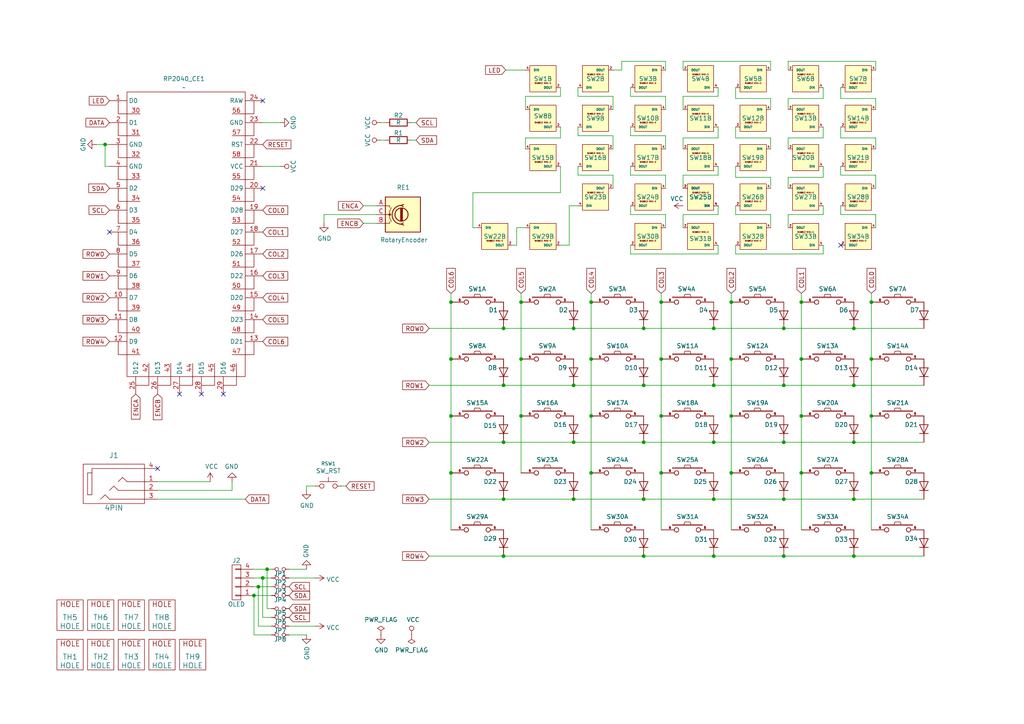
<source format=kicad_sch>
(kicad_sch (version 20231120) (generator "eeschema") (generator_version "8.0")
  (paper "A4")
  (title_block (title "Nomad Keyboard MX") (date "2024-11-08") (rev "1.0"))
  (junction (at 212.09 137.16))
  (junction (at 212.09 87.63))
  (junction (at 232.41 120.65))
  (junction (at 166.37 128.27))
  (junction (at 73.66 172.72))
  (junction (at 186.69 95.25))
  (junction (at 30.48 41.91))
  (junction (at 207.01 95.25))
  (junction (at 166.37 111.76))
  (junction (at 130.81 120.65))
  (junction (at 252.73 87.63))
  (junction (at 232.41 87.63))
  (junction (at 207.01 144.78))
  (junction (at 252.73 104.14))
  (junction (at 247.65 95.25))
  (junction (at 247.65 128.27))
  (junction (at 146.05 111.76))
  (junction (at 186.69 144.78))
  (junction (at 171.45 137.16))
  (junction (at 74.93 170.18))
  (junction (at 76.2 167.64))
  (junction (at 207.01 128.27))
  (junction (at 191.77 120.65))
  (junction (at 171.45 87.63))
  (junction (at 247.65 111.76))
  (junction (at 171.45 104.14))
  (junction (at 227.33 161.29))
  (junction (at 212.09 120.65))
  (junction (at 146.05 95.25))
  (junction (at 247.65 161.29))
  (junction (at 191.77 87.63))
  (junction (at 130.81 137.16))
  (junction (at 232.41 137.16))
  (junction (at 186.69 111.76))
  (junction (at 227.33 128.27))
  (junction (at 212.09 104.14))
  (junction (at 247.65 144.78))
  (junction (at 146.05 128.27))
  (junction (at 191.77 104.14))
  (junction (at 232.41 104.14))
  (junction (at 146.05 161.29))
  (junction (at 252.73 120.65))
  (junction (at 227.33 95.25))
  (junction (at 227.33 111.76))
  (junction (at 151.13 87.63))
  (junction (at 186.69 161.29))
  (junction (at 171.45 120.65))
  (junction (at 151.13 104.14))
  (junction (at 151.13 120.65))
  (junction (at 207.01 111.76))
  (junction (at 191.77 137.16))
  (junction (at 207.01 161.29))
  (junction (at 146.05 144.78))
  (junction (at 252.73 137.16))
  (junction (at 166.37 95.25))
  (junction (at 166.37 144.78))
  (junction (at 130.81 104.14))
  (junction (at 186.69 128.27))
  (junction (at 227.33 144.78))
  (junction (at 130.81 87.63))
  (junction (at 77.47 165.1))
  (no_connect (at 76.2 54.61))
  (no_connect (at 52.07 114.3))
  (no_connect (at 31.75 67.31))
  (no_connect (at 64.77 114.3))
  (no_connect (at 76.2 29.21))
  (no_connect (at 243.84 71.12))
  (no_connect (at 45.72 135.89))
  (no_connect (at 58.42 114.3))
  (wire (pts (xy 166.37 95.25) (xy 186.69 95.25)))
  (wire (pts (xy 193.04 39.37) (xy 193.04 43.18)))
  (wire (pts (xy 177.8 50.8) (xy 167.64 50.8)))
  (wire (pts (xy 162.56 55.88) (xy 162.56 48.26)))
  (wire (pts (xy 198.12 40.005) (xy 198.12 43.18)))
  (wire (pts (xy 110.49 40.64) (xy 111.76 40.64)))
  (wire (pts (xy 227.33 111.76) (xy 247.65 111.76)))
  (wire (pts (xy 228.6 28.575) (xy 228.6 31.75)))
  (wire (pts (xy 76.2 167.64) (xy 78.74 167.64)))
  (wire (pts (xy 182.88 27.94) (xy 193.04 27.94)))
  (wire (pts (xy 167.64 39.37) (xy 177.8 39.37)))
  (wire (pts (xy 73.66 167.64) (xy 76.2 167.64)))
  (wire (pts (xy 213.36 40.005) (xy 213.36 36.83)))
  (wire (pts (xy 151.13 87.63) (xy 151.13 104.14)))
  (wire (pts (xy 208.28 73.66) (xy 208.28 71.12)))
  (wire (pts (xy 228.6 51.435) (xy 228.6 54.61)))
  (wire (pts (xy 74.93 170.18) (xy 78.74 170.18)))
  (wire (pts (xy 120.65 35.56) (xy 119.38 35.56)))
  (wire (pts (xy 191.77 137.16) (xy 191.77 153.67)))
  (wire (pts (xy 151.13 85.09) (xy 151.13 87.63)))
  (wire (pts (xy 254 43.18) (xy 254 40.005)))
  (wire (pts (xy 186.69 111.76) (xy 207.01 111.76)))
  (wire (pts (xy 182.88 71.12) (xy 182.88 73.66)))
  (wire (pts (xy 254 50.8) (xy 243.84 50.8)))
  (wire (pts (xy 105.41 64.77) (xy 109.22 64.77)))
  (wire (pts (xy 180.34 17.78) (xy 193.04 17.78)))
  (wire (pts (xy 146.05 111.76) (xy 124.46 111.76)))
  (wire (pts (xy 149.86 66.04) (xy 149.86 71.12)))
  (wire (pts (xy 228.6 40.005) (xy 228.6 43.18)))
  (wire (pts (xy 212.09 104.14) (xy 212.09 120.65)))
  (wire (pts (xy 247.65 128.27) (xy 267.97 128.27)))
  (wire (pts (xy 77.47 176.53) (xy 78.74 176.53)))
  (wire (pts (xy 67.31 139.7) (xy 67.31 142.24)))
  (wire (pts (xy 193.04 27.94) (xy 193.04 31.75)))
  (wire (pts (xy 30.48 41.91) (xy 31.75 41.91)))
  (wire (pts (xy 254 17.78) (xy 254 20.32)))
  (wire (pts (xy 232.41 87.63) (xy 232.41 85.09)))
  (wire (pts (xy 227.33 95.25) (xy 247.65 95.25)))
  (wire (pts (xy 182.88 25.4) (xy 182.88 27.94)))
  (wire (pts (xy 76.2 167.64) (xy 76.2 179.07)))
  (wire (pts (xy 146.05 95.25) (xy 124.46 95.25)))
  (wire (pts (xy 212.09 137.16) (xy 212.09 120.65)))
  (wire (pts (xy 162.56 27.94) (xy 152.4 27.94)))
  (wire (pts (xy 243.84 40.005) (xy 243.84 36.83)))
  (wire (pts (xy 193.04 17.78) (xy 193.04 20.32)))
  (wire (pts (xy 208.28 27.94) (xy 208.28 25.4)))
  (wire (pts (xy 208.28 62.23) (xy 208.28 59.69)))
  (wire (pts (xy 166.37 128.27) (xy 146.05 128.27)))
  (wire (pts (xy 232.41 120.65) (xy 232.41 137.16)))
  (wire (pts (xy 88.9 142.24) (xy 88.9 140.97)))
  (wire (pts (xy 137.16 66.04) (xy 137.16 55.88)))
  (wire (pts (xy 146.05 144.78) (xy 124.46 144.78)))
  (wire (pts (xy 243.84 50.8) (xy 243.84 48.26)))
  (wire (pts (xy 252.73 104.14) (xy 252.73 120.65)))
  (wire (pts (xy 227.33 161.29) (xy 247.65 161.29)))
  (wire (pts (xy 213.36 62.23) (xy 223.52 62.23)))
  (wire (pts (xy 252.73 87.63) (xy 252.73 104.14)))
  (wire (pts (xy 73.66 170.18) (xy 74.93 170.18)))
  (wire (pts (xy 213.36 51.435) (xy 213.36 48.26)))
  (wire (pts (xy 182.88 62.23) (xy 193.04 62.23)))
  (wire (pts (xy 232.41 137.16) (xy 232.41 153.67)))
  (wire (pts (xy 152.4 27.94) (xy 152.4 31.75)))
  (wire (pts (xy 109.22 62.23) (xy 93.98 62.23)))
  (wire (pts (xy 186.69 161.29) (xy 207.01 161.29)))
  (wire (pts (xy 228.6 62.23) (xy 238.76 62.23)))
  (wire (pts (xy 73.66 184.15) (xy 78.74 184.15)))
  (wire (pts (xy 238.76 48.26) (xy 238.76 51.435)))
  (wire (pts (xy 223.52 17.78) (xy 223.52 20.32)))
  (wire (pts (xy 130.81 104.14) (xy 130.81 120.65)))
  (wire (pts (xy 166.37 111.76) (xy 186.69 111.76)))
  (wire (pts (xy 130.81 85.09) (xy 130.81 87.63)))
  (wire (pts (xy 191.77 104.14) (xy 191.77 120.65)))
  (wire (pts (xy 166.37 95.25) (xy 146.05 95.25)))
  (wire (pts (xy 252.73 85.09) (xy 252.73 87.63)))
  (wire (pts (xy 191.77 87.63) (xy 191.77 104.14)))
  (wire (pts (xy 74.93 181.61) (xy 78.74 181.61)))
  (wire (pts (xy 254 62.23) (xy 254 66.04)))
  (wire (pts (xy 171.45 104.14) (xy 171.45 120.65)))
  (wire (pts (xy 243.84 62.23) (xy 254 62.23)))
  (wire (pts (xy 177.8 31.75) (xy 177.8 27.94)))
  (wire (pts (xy 171.45 137.16) (xy 171.45 153.67)))
  (wire (pts (xy 252.73 137.16) (xy 252.73 153.67)))
  (wire (pts (xy 180.34 20.32) (xy 180.34 17.78)))
  (wire (pts (xy 252.73 120.65) (xy 252.73 137.16)))
  (wire (pts (xy 238.76 28.575) (xy 228.6 28.575)))
  (wire (pts (xy 165.1 71.12) (xy 165.1 59.69)))
  (wire (pts (xy 60.96 139.7) (xy 45.72 139.7)))
  (wire (pts (xy 74.93 170.18) (xy 74.93 181.61)))
  (wire (pts (xy 93.98 62.23) (xy 93.98 64.77)))
  (wire (pts (xy 247.65 95.25) (xy 267.97 95.25)))
  (wire (pts (xy 238.76 73.66) (xy 238.76 71.12)))
  (wire (pts (xy 238.76 25.4) (xy 238.76 28.575)))
  (wire (pts (xy 166.37 111.76) (xy 146.05 111.76)))
  (wire (pts (xy 162.56 71.12) (xy 165.1 71.12)))
  (wire (pts (xy 149.86 71.12) (xy 148.59 71.12)))
  (wire (pts (xy 247.65 144.78) (xy 267.97 144.78)))
  (wire (pts (xy 186.69 95.25) (xy 207.01 95.25)))
  (wire (pts (xy 88.9 165.1) (xy 83.82 165.1)))
  (wire (pts (xy 238.76 51.435) (xy 228.6 51.435)))
  (wire (pts (xy 208.28 36.83) (xy 208.28 40.005)))
  (wire (pts (xy 146.05 128.27) (xy 124.46 128.27)))
  (wire (pts (xy 177.8 39.37) (xy 177.8 43.18)))
  (wire (pts (xy 186.69 144.78) (xy 207.01 144.78)))
  (wire (pts (xy 213.36 28.575) (xy 213.36 25.4)))
  (wire (pts (xy 212.09 87.63) (xy 212.09 104.14)))
  (wire (pts (xy 247.65 111.76) (xy 267.97 111.76)))
  (wire (pts (xy 223.52 43.18) (xy 223.52 40.005)))
  (wire (pts (xy 254 28.575) (xy 243.84 28.575)))
  (wire (pts (xy 223.52 40.005) (xy 213.36 40.005)))
  (wire (pts (xy 167.64 36.83) (xy 167.64 39.37)))
  (wire (pts (xy 247.65 161.29) (xy 267.97 161.29)))
  (wire (pts (xy 167.64 27.94) (xy 167.64 25.4)))
  (wire (pts (xy 88.9 140.97) (xy 91.44 140.97)))
  (wire (pts (xy 110.49 35.56) (xy 111.76 35.56)))
  (wire (pts (xy 171.45 87.63) (xy 171.45 104.14)))
  (wire (pts (xy 198.12 31.75) (xy 198.12 27.94)))
  (wire (pts (xy 213.36 71.12) (xy 213.36 73.66)))
  (wire (pts (xy 198.12 27.94) (xy 208.28 27.94)))
  (wire (pts (xy 238.76 36.83) (xy 238.76 40.005)))
  (wire (pts (xy 120.65 40.64) (xy 119.38 40.64)))
  (wire (pts (xy 198.12 20.32) (xy 198.12 17.78)))
  (wire (pts (xy 77.47 165.1) (xy 77.47 176.53)))
  (wire (pts (xy 223.52 54.61) (xy 223.52 51.435)))
  (wire (pts (xy 208.28 40.005) (xy 198.12 40.005)))
  (wire (pts (xy 146.05 161.29) (xy 186.69 161.29)))
  (wire (pts (xy 227.33 128.27) (xy 247.65 128.27)))
  (wire (pts (xy 167.64 50.8) (xy 167.64 48.26)))
  (wire (pts (xy 177.8 27.94) (xy 167.64 27.94)))
  (wire (pts (xy 198.12 50.8) (xy 208.28 50.8)))
  (wire (pts (xy 77.47 165.1) (xy 78.74 165.1)))
  (wire (pts (xy 146.685 20.32) (xy 152.4 20.32)))
  (wire (pts (xy 88.9 184.15) (xy 83.82 184.15)))
  (wire (pts (xy 227.33 144.78) (xy 247.65 144.78)))
  (wire (pts (xy 238.76 62.23) (xy 238.76 59.69)))
  (wire (pts (xy 227.33 95.25) (xy 207.01 95.25)))
  (wire (pts (xy 238.76 40.005) (xy 228.6 40.005)))
  (wire (pts (xy 182.88 50.8) (xy 193.04 50.8)))
  (wire (pts (xy 177.8 20.32) (xy 180.34 20.32)))
  (wire (pts (xy 67.31 142.24) (xy 45.72 142.24)))
  (wire (pts (xy 137.16 66.04) (xy 138.43 66.04)))
  (wire (pts (xy 171.45 120.65) (xy 171.45 137.16)))
  (wire (pts (xy 76.2 48.26) (xy 81.28 48.26)))
  (wire (pts (xy 130.81 120.65) (xy 130.81 137.16)))
  (wire (pts (xy 208.28 50.8) (xy 208.28 48.26)))
  (wire (pts (xy 207.01 128.27) (xy 227.33 128.27)))
  (wire (pts (xy 243.84 59.69) (xy 243.84 62.23)))
  (wire (pts (xy 207.01 144.78) (xy 227.33 144.78)))
  (wire (pts (xy 91.44 181.61) (xy 83.82 181.61)))
  (wire (pts (xy 162.56 40.005) (xy 152.4 40.005)))
  (wire (pts (xy 182.88 73.66) (xy 208.28 73.66)))
  (wire (pts (xy 78.74 172.72) (xy 73.66 172.72)))
  (wire (pts (xy 191.77 120.65) (xy 191.77 137.16)))
  (wire (pts (xy 232.41 104.14) (xy 232.41 87.63)))
  (wire (pts (xy 198.12 66.04) (xy 198.12 62.23)))
  (wire (pts (xy 73.66 165.1) (xy 77.47 165.1)))
  (wire (pts (xy 228.6 66.04) (xy 228.6 62.23)))
  (wire (pts (xy 193.04 50.8) (xy 193.04 54.61)))
  (wire (pts (xy 254 31.75) (xy 254 28.575)))
  (wire (pts (xy 223.52 28.575) (xy 213.36 28.575)))
  (wire (pts (xy 27.94 41.91) (xy 30.48 41.91)))
  (wire (pts (xy 193.04 62.23) (xy 193.04 66.04)))
  (wire (pts (xy 30.48 48.26) (xy 30.48 41.91)))
  (wire (pts (xy 254 54.61) (xy 254 50.8)))
  (wire (pts (xy 232.41 120.65) (xy 232.41 104.14)))
  (wire (pts (xy 91.44 167.64) (xy 83.82 167.64)))
  (wire (pts (xy 151.13 120.65) (xy 151.13 137.16)))
  (wire (pts (xy 137.16 55.88) (xy 162.56 55.88)))
  (wire (pts (xy 152.4 66.04) (xy 149.86 66.04)))
  (wire (pts (xy 198.12 62.23) (xy 208.28 62.23)))
  (wire (pts (xy 182.88 39.37) (xy 193.04 39.37)))
  (wire (pts (xy 100.33 140.97) (xy 99.06 140.97)))
  (wire (pts (xy 130.81 137.16) (xy 130.81 153.67)))
  (wire (pts (xy 213.36 73.66) (xy 238.76 73.66)))
  (wire (pts (xy 166.37 128.27) (xy 186.69 128.27)))
  (wire (pts (xy 254 40.005) (xy 243.84 40.005)))
  (wire (pts (xy 177.8 54.61) (xy 177.8 50.8)))
  (wire (pts (xy 213.36 59.69) (xy 213.36 62.23)))
  (wire (pts (xy 228.6 20.32) (xy 228.6 17.78)))
  (wire (pts (xy 124.46 161.29) (xy 146.05 161.29)))
  (wire (pts (xy 105.41 59.69) (xy 109.22 59.69)))
  (wire (pts (xy 228.6 17.78) (xy 254 17.78)))
  (wire (pts (xy 243.84 28.575) (xy 243.84 25.4)))
  (wire (pts (xy 162.56 25.4) (xy 162.56 27.94)))
  (wire (pts (xy 212.09 137.16) (xy 212.09 153.67)))
  (wire (pts (xy 207.01 161.29) (xy 227.33 161.29)))
  (wire (pts (xy 130.81 87.63) (xy 130.81 104.14)))
  (wire (pts (xy 198.12 54.61) (xy 198.12 50.8)))
  (wire (pts (xy 223.52 31.75) (xy 223.52 28.575)))
  (wire (pts (xy 151.13 104.14) (xy 151.13 120.65)))
  (wire (pts (xy 166.37 144.78) (xy 146.05 144.78)))
  (wire (pts (xy 182.88 59.69) (xy 182.88 62.23)))
  (wire (pts (xy 212.09 85.09) (xy 212.09 87.63)))
  (wire (pts (xy 152.4 40.005) (xy 152.4 43.18)))
  (wire (pts (xy 171.45 85.09) (xy 171.45 87.63)))
  (wire (pts (xy 165.1 59.69) (xy 167.64 59.69)))
  (wire (pts (xy 166.37 144.78) (xy 186.69 144.78)))
  (wire (pts (xy 186.69 128.27) (xy 207.01 128.27)))
  (wire (pts (xy 162.56 36.83) (xy 162.56 40.005)))
  (wire (pts (xy 191.77 85.09) (xy 191.77 87.63)))
  (wire (pts (xy 73.66 172.72) (xy 73.66 184.15)))
  (wire (pts (xy 223.52 62.23) (xy 223.52 66.04)))
  (wire (pts (xy 31.75 48.26) (xy 30.48 48.26)))
  (wire (pts (xy 223.52 51.435) (xy 213.36 51.435)))
  (wire (pts (xy 207.01 111.76) (xy 227.33 111.76)))
  (wire (pts (xy 198.12 17.78) (xy 223.52 17.78)))
  (wire (pts (xy 182.88 48.26) (xy 182.88 50.8)))
  (wire (pts (xy 81.28 35.56) (xy 76.2 35.56)))
  (wire (pts (xy 182.88 36.83) (xy 182.88 39.37)))
  (wire (pts (xy 76.2 179.07) (xy 78.74 179.07)))
  (wire (pts (xy 45.72 144.78) (xy 71.12 144.78)))
  (global_label "ENCB" (shape input) (at 105.41 64.77 180) (property "Intersheetrefs" "${INTERSHEET_REFS}" (effects (hide yes))))
  (global_label "COL5" (shape input) (at 76.2 92.71 0) (property "Intersheetrefs" "${INTERSHEET_REFS}" (effects (hide yes))))
  (global_label "ROW0" (shape input) (at 124.46 95.25 180) (property "Intersheetrefs" "${INTERSHEET_REFS}" (effects (hide yes))))
  (global_label "SDA" (shape input) (at 83.82 172.72 0) (property "Intersheetrefs" "${INTERSHEET_REFS}" (effects (hide yes))))
  (global_label "COL3" (shape input) (at 191.77 85.09 90) (property "Intersheetrefs" "${INTERSHEET_REFS}" (effects (hide yes))))
  (global_label "SCL" (shape input) (at 83.82 179.07 0) (property "Intersheetrefs" "${INTERSHEET_REFS}" (effects (hide yes))))
  (global_label "COL5" (shape input) (at 151.13 85.09 90) (property "Intersheetrefs" "${INTERSHEET_REFS}" (effects (hide yes))))
  (global_label "DATA" (shape input) (at 31.75 35.56 180) (property "Intersheetrefs" "${INTERSHEET_REFS}" (effects (hide yes))))
  (global_label "SCL" (shape input) (at 83.82 170.18 0) (property "Intersheetrefs" "${INTERSHEET_REFS}" (effects (hide yes))))
  (global_label "ROW1" (shape input) (at 124.46 111.76 180) (property "Intersheetrefs" "${INTERSHEET_REFS}" (effects (hide yes))))
  (global_label "ENCA" (shape input) (at 39.37 114.3 270) (property "Intersheetrefs" "${INTERSHEET_REFS}" (effects (hide yes))))
  (global_label "COL1" (shape input) (at 76.2 67.31 0) (property "Intersheetrefs" "${INTERSHEET_REFS}" (effects (hide yes))))
  (global_label "COL2" (shape input) (at 76.2 73.66 0) (property "Intersheetrefs" "${INTERSHEET_REFS}" (effects (hide yes))))
  (global_label "COL6" (shape input) (at 130.81 85.09 90) (property "Intersheetrefs" "${INTERSHEET_REFS}" (effects (hide yes))))
  (global_label "ROW3" (shape input) (at 124.46 144.78 180) (property "Intersheetrefs" "${INTERSHEET_REFS}" (effects (hide yes))))
  (global_label "SDA" (shape input) (at 83.82 176.53 0) (property "Intersheetrefs" "${INTERSHEET_REFS}" (effects (hide yes))))
  (global_label "COL6" (shape input) (at 76.2 99.06 0) (property "Intersheetrefs" "${INTERSHEET_REFS}" (effects (hide yes))))
  (global_label "ROW4" (shape input) (at 31.75 99.06 180) (property "Intersheetrefs" "${INTERSHEET_REFS}" (effects (hide yes))))
  (global_label "ROW0" (shape input) (at 31.75 73.66 180) (property "Intersheetrefs" "${INTERSHEET_REFS}" (effects (hide yes))))
  (global_label "ROW1" (shape input) (at 31.75 80.01 180) (property "Intersheetrefs" "${INTERSHEET_REFS}" (effects (hide yes))))
  (global_label "COL4" (shape input) (at 76.2 86.36 0) (property "Intersheetrefs" "${INTERSHEET_REFS}" (effects (hide yes))))
  (global_label "COL0" (shape input) (at 76.2 60.96 0) (property "Intersheetrefs" "${INTERSHEET_REFS}" (effects (hide yes))))
  (global_label "SCL" (shape input) (at 120.65 35.56 0) (property "Intersheetrefs" "${INTERSHEET_REFS}" (effects (hide yes))))
  (global_label "LED" (shape input) (at 31.75 29.21 180) (property "Intersheetrefs" "${INTERSHEET_REFS}" (effects (hide yes))))
  (global_label "COL2" (shape input) (at 212.09 85.09 90) (property "Intersheetrefs" "${INTERSHEET_REFS}" (effects (hide yes))))
  (global_label "ROW3" (shape input) (at 31.75 92.71 180) (property "Intersheetrefs" "${INTERSHEET_REFS}" (effects (hide yes))))
  (global_label "SDA" (shape input) (at 31.75 54.61 180) (property "Intersheetrefs" "${INTERSHEET_REFS}" (effects (hide yes))))
  (global_label "RESET" (shape input) (at 76.2 41.91 0) (property "Intersheetrefs" "${INTERSHEET_REFS}" (effects (hide yes))))
  (global_label "DATA" (shape input) (at 71.12 144.78 0) (property "Intersheetrefs" "${INTERSHEET_REFS}" (effects (hide yes))))
  (global_label "COL0" (shape input) (at 252.73 85.09 90) (property "Intersheetrefs" "${INTERSHEET_REFS}" (effects (hide yes))))
  (global_label "ENCB" (shape input) (at 45.72 114.3 270) (property "Intersheetrefs" "${INTERSHEET_REFS}" (effects (hide yes))))
  (global_label "RESET" (shape input) (at 100.33 140.97 0) (property "Intersheetrefs" "${INTERSHEET_REFS}" (effects (hide yes))))
  (global_label "SDA" (shape input) (at 120.65 40.64 0) (property "Intersheetrefs" "${INTERSHEET_REFS}" (effects (hide yes))))
  (global_label "COL1" (shape input) (at 232.41 85.09 90) (property "Intersheetrefs" "${INTERSHEET_REFS}" (effects (hide yes))))
  (global_label "ENCA" (shape input) (at 105.41 59.69 180) (property "Intersheetrefs" "${INTERSHEET_REFS}" (effects (hide yes))))
  (global_label "LED" (shape input) (at 146.685 20.32 180) (property "Intersheetrefs" "${INTERSHEET_REFS}" (effects (hide yes))))
  (global_label "SCL" (shape input) (at 31.75 60.96 180) (property "Intersheetrefs" "${INTERSHEET_REFS}" (effects (hide yes))))
  (global_label "ROW2" (shape input) (at 124.46 128.27 180) (property "Intersheetrefs" "${INTERSHEET_REFS}" (effects (hide yes))))
  (global_label "ROW2" (shape input) (at 31.75 86.36 180) (property "Intersheetrefs" "${INTERSHEET_REFS}" (effects (hide yes))))
  (global_label "ROW4" (shape input) (at 124.46 161.29 180) (property "Intersheetrefs" "${INTERSHEET_REFS}" (effects (hide yes))))
  (global_label "COL4" (shape input) (at 171.45 85.09 90) (property "Intersheetrefs" "${INTERSHEET_REFS}" (effects (hide yes))))
  (global_label "COL3" (shape input) (at 76.2 80.01 0) (property "Intersheetrefs" "${INTERSHEET_REFS}" (effects (hide yes))))
  (symbol (lib_id "SofleKeyboard:SW_PUSH_LED") (at 179.07 153.67 0) (unit 1)
    (property "Reference" "SW30" (at 179.07 149.86 0))
    (property "Value" "SW_PUSH_LED" (effects (hide yes)))
    (property "Footprint" "SofleRGB:SK6812MINI-E_and_cherry" (effects (hide yes)))
  )
  (symbol (lib_id "SofleKeyboard:SW_PUSH_LED") (at 138.43 87.63 0) (unit 1)
    (property "Reference" "SW1" (at 138.43 83.82 0))
    (property "Value" "SW_PUSH_LED" (effects (hide yes)))
    (property "Footprint" "SofleRGB:SK6812MINI-E_and_cherry" (effects (hide yes)))
  )
  (symbol (lib_id "SofleKeyboard-rescue:D-Lily58-cache-Lily58_Pro-rescue") (at 146.05 91.44 90) (unit 1)
    (property "Reference" "D1" (at 141.732 89.916 90) (effects (justify right)))
    (property "Value" "D" (effects (hide yes)))
    (property "Footprint" "SofleChoc:crkbd-diode" (effects (hide yes)))
  )
  (symbol (lib_id "SofleKeyboard:SW_PUSH_LED") (at 158.75 87.63 0) (unit 1)
    (property "Reference" "SW2" (at 158.75 83.82 0))
    (property "Value" "SW_PUSH_LED" (effects (hide yes)))
    (property "Footprint" "SofleRGB:SK6812MINI-E_and_cherry" (effects (hide yes)))
  )
  (symbol (lib_id "SofleKeyboard-rescue:D-Lily58-cache-Lily58_Pro-rescue") (at 166.37 91.44 90) (unit 1)
    (property "Reference" "D2" (at 162.052 89.916 90) (effects (justify right)))
    (property "Value" "D" (effects (hide yes)))
    (property "Footprint" "SofleChoc:crkbd-diode" (effects (hide yes)))
  )
  (symbol (lib_id "SofleKeyboard:SW_PUSH_LED") (at 179.07 87.63 0) (unit 1)
    (property "Reference" "SW3" (at 179.07 83.82 0))
    (property "Value" "SW_PUSH_LED" (effects (hide yes)))
    (property "Footprint" "SofleRGB:SK6812MINI-E_and_cherry" (effects (hide yes)))
  )
  (symbol (lib_id "SofleKeyboard-rescue:D-Lily58-cache-Lily58_Pro-rescue") (at 186.69 91.44 90) (unit 1)
    (property "Reference" "D3" (at 182.372 89.916 90) (effects (justify right)))
    (property "Value" "D" (effects (hide yes)))
    (property "Footprint" "SofleChoc:crkbd-diode" (effects (hide yes)))
  )
  (symbol (lib_id "SofleKeyboard:SW_PUSH_LED") (at 199.39 87.63 0) (unit 1)
    (property "Reference" "SW4" (at 199.136 83.82 0))
    (property "Value" "SW_PUSH_LED" (effects (hide yes)))
    (property "Footprint" "SofleRGB:SK6812MINI-E_and_cherry" (effects (hide yes)))
  )
  (symbol (lib_id "SofleKeyboard-rescue:D-Lily58-cache-Lily58_Pro-rescue") (at 207.01 91.44 90) (unit 1)
    (property "Reference" "D4" (at 202.692 89.916 90) (effects (justify right)))
    (property "Value" "D" (effects (hide yes)))
    (property "Footprint" "SofleChoc:crkbd-diode" (effects (hide yes)))
  )
  (symbol (lib_id "SofleKeyboard:SW_PUSH_LED") (at 219.71 87.63 0) (unit 1)
    (property "Reference" "SW5" (at 219.71 83.82 0))
    (property "Value" "SW_PUSH_LED" (effects (hide yes)))
    (property "Footprint" "SofleRGB:SK6812MINI-E_and_cherry" (effects (hide yes)))
  )
  (symbol (lib_id "SofleKeyboard-rescue:D-Lily58-cache-Lily58_Pro-rescue") (at 227.33 91.44 90) (unit 1)
    (property "Reference" "D5" (at 223.012 89.916 90) (effects (justify right)))
    (property "Value" "D" (effects (hide yes)))
    (property "Footprint" "SofleChoc:crkbd-diode" (effects (hide yes)))
  )
  (symbol (lib_id "SofleKeyboard:SW_PUSH_LED") (at 240.03 87.63 0) (unit 1)
    (property "Reference" "SW6" (at 240.03 83.82 0))
    (property "Value" "SW_PUSH_LED" (effects (hide yes)))
    (property "Footprint" "SofleRGB:SK6812MINI-E_and_cherry" (effects (hide yes)))
  )
  (symbol (lib_id "SofleKeyboard-rescue:D-Lily58-cache-Lily58_Pro-rescue") (at 247.65 91.44 90) (unit 1)
    (property "Reference" "D6" (at 243.332 89.916 90) (effects (justify right)))
    (property "Value" "D" (effects (hide yes)))
    (property "Footprint" "SofleChoc:crkbd-diode" (effects (hide yes)))
  )
  (symbol (lib_id "SofleKeyboard:SW_PUSH_LED") (at 158.75 104.14 0) (unit 1)
    (property "Reference" "SW9" (at 158.75 100.33 0))
    (property "Value" "SW_PUSH_LED" (effects (hide yes)))
    (property "Footprint" "SofleRGB:SK6812MINI-E_and_cherry" (effects (hide yes)))
  )
  (symbol (lib_id "SofleKeyboard:SW_PUSH_LED") (at 179.07 104.14 0) (unit 1)
    (property "Reference" "SW10" (at 179.07 100.33 0))
    (property "Value" "SW_PUSH_LED" (effects (hide yes)))
    (property "Footprint" "SofleRGB:SK6812MINI-E_and_cherry" (effects (hide yes)))
  )
  (symbol (lib_id "SofleKeyboard:SW_PUSH_LED") (at 199.39 104.14 0) (unit 1)
    (property "Reference" "SW11" (at 199.39 100.33 0))
    (property "Value" "SW_PUSH_LED" (effects (hide yes)))
    (property "Footprint" "SofleRGB:SK6812MINI-E_and_cherry" (effects (hide yes)))
  )
  (symbol (lib_id "SofleKeyboard:SW_PUSH_LED") (at 219.71 104.14 0) (unit 1)
    (property "Reference" "SW12" (at 219.71 100.33 0))
    (property "Value" "SW_PUSH_LED" (effects (hide yes)))
    (property "Footprint" "SofleRGB:SK6812MINI-E_and_cherry" (effects (hide yes)))
  )
  (symbol (lib_id "SofleKeyboard:SW_PUSH_LED") (at 240.03 104.14 0) (unit 1)
    (property "Reference" "SW13" (at 240.03 100.33 0))
    (property "Value" "SW_PUSH_LED" (effects (hide yes)))
    (property "Footprint" "SofleRGB:SK6812MINI-E_and_cherry" (effects (hide yes)))
  )
  (symbol (lib_id "SofleKeyboard:SW_PUSH_LED") (at 138.43 104.14 0) (unit 1)
    (property "Reference" "SW8" (at 138.43 100.33 0))
    (property "Value" "SW_PUSH_LED" (effects (hide yes)))
    (property "Footprint" "SofleRGB:SK6812MINI-E_and_cherry" (effects (hide yes)))
  )
  (symbol (lib_id "SofleKeyboard-rescue:D-Lily58-cache-Lily58_Pro-rescue") (at 146.05 107.95 90) (unit 1)
    (property "Reference" "D8" (at 141.478 106.68 90) (effects (justify right)))
    (property "Value" "D" (effects (hide yes)))
    (property "Footprint" "SofleChoc:crkbd-diode" (effects (hide yes)))
  )
  (symbol (lib_id "SofleKeyboard-rescue:D-Lily58-cache-Lily58_Pro-rescue") (at 166.37 107.95 90) (unit 1)
    (property "Reference" "D9" (at 161.798 106.68 90) (effects (justify right)))
    (property "Value" "D" (effects (hide yes)))
    (property "Footprint" "SofleChoc:crkbd-diode" (effects (hide yes)))
  )
  (symbol (lib_id "SofleKeyboard-rescue:D-Lily58-cache-Lily58_Pro-rescue") (at 186.69 107.95 90) (unit 1)
    (property "Reference" "D10" (at 181.102 106.68 90) (effects (justify right)))
    (property "Value" "D" (effects (hide yes)))
    (property "Footprint" "SofleChoc:crkbd-diode" (effects (hide yes)))
  )
  (symbol (lib_id "SofleKeyboard-rescue:D-Lily58-cache-Lily58_Pro-rescue") (at 207.01 107.95 90) (unit 1)
    (property "Reference" "D11" (at 201.422 106.68 90) (effects (justify right)))
    (property "Value" "D" (effects (hide yes)))
    (property "Footprint" "SofleChoc:crkbd-diode" (effects (hide yes)))
  )
  (symbol (lib_id "SofleKeyboard-rescue:D-Lily58-cache-Lily58_Pro-rescue") (at 227.33 107.95 90) (unit 1)
    (property "Reference" "D12" (at 221.742 106.68 90) (effects (justify right)))
    (property "Value" "D" (effects (hide yes)))
    (property "Footprint" "SofleChoc:crkbd-diode" (effects (hide yes)))
  )
  (symbol (lib_id "SofleKeyboard-rescue:D-Lily58-cache-Lily58_Pro-rescue") (at 247.65 107.95 90) (unit 1)
    (property "Reference" "D13" (at 242.062 106.68 90) (effects (justify right)))
    (property "Value" "D" (effects (hide yes)))
    (property "Footprint" "SofleChoc:crkbd-diode" (effects (hide yes)))
  )
  (symbol (lib_id "SofleKeyboard:SW_PUSH_LED") (at 138.43 120.65 0) (unit 1)
    (property "Reference" "SW15" (at 138.43 116.84 0))
    (property "Value" "SW_PUSH_LED" (effects (hide yes)))
    (property "Footprint" "SofleRGB:SK6812MINI-E_and_cherry" (effects (hide yes)))
  )
  (symbol (lib_id "SofleKeyboard:SW_PUSH_LED") (at 158.75 120.65 0) (unit 1)
    (property "Reference" "SW16" (at 158.75 116.84 0))
    (property "Value" "SW_PUSH_LED" (effects (hide yes)))
    (property "Footprint" "SofleRGB:SK6812MINI-E_and_cherry" (effects (hide yes)))
  )
  (symbol (lib_id "SofleKeyboard:SW_PUSH_LED") (at 179.07 120.65 0) (unit 1)
    (property "Reference" "SW17" (at 179.07 116.84 0))
    (property "Value" "SW_PUSH_LED" (effects (hide yes)))
    (property "Footprint" "SofleRGB:SK6812MINI-E_and_cherry" (effects (hide yes)))
  )
  (symbol (lib_id "SofleKeyboard:SW_PUSH_LED") (at 199.39 120.65 0) (unit 1)
    (property "Reference" "SW18" (at 199.39 116.84 0))
    (property "Value" "SW_PUSH_LED" (effects (hide yes)))
    (property "Footprint" "SofleRGB:SK6812MINI-E_and_cherry" (effects (hide yes)))
  )
  (symbol (lib_id "SofleKeyboard:SW_PUSH_LED") (at 219.71 120.65 0) (unit 1)
    (property "Reference" "SW19" (at 219.71 116.84 0))
    (property "Value" "SW_PUSH_LED" (effects (hide yes)))
    (property "Footprint" "SofleRGB:SK6812MINI-E_and_cherry" (effects (hide yes)))
  )
  (symbol (lib_id "SofleKeyboard:SW_PUSH_LED") (at 240.03 120.65 0) (unit 1)
    (property "Reference" "SW20" (at 240.03 116.84 0))
    (property "Value" "SW_PUSH_LED" (effects (hide yes)))
    (property "Footprint" "SofleRGB:SK6812MINI-E_and_cherry" (effects (hide yes)))
  )
  (symbol (lib_id "SofleKeyboard-rescue:D-Lily58-cache-Lily58_Pro-rescue") (at 146.05 124.46 90) (unit 1)
    (property "Reference" "D15" (at 140.208 123.444 90) (effects (justify right)))
    (property "Value" "D" (effects (hide yes)))
    (property "Footprint" "SofleChoc:crkbd-diode" (effects (hide yes)))
  )
  (symbol (lib_id "SofleKeyboard-rescue:D-Lily58-cache-Lily58_Pro-rescue") (at 166.37 124.46 90) (unit 1)
    (property "Reference" "D16" (at 160.528 123.19 90) (effects (justify right)))
    (property "Value" "D" (effects (hide yes)))
    (property "Footprint" "SofleChoc:crkbd-diode" (effects (hide yes)))
  )
  (symbol (lib_id "SofleKeyboard-rescue:D-Lily58-cache-Lily58_Pro-rescue") (at 186.69 124.46 90) (unit 1)
    (property "Reference" "D17" (at 181.102 123.19 90) (effects (justify right)))
    (property "Value" "D" (effects (hide yes)))
    (property "Footprint" "SofleChoc:crkbd-diode" (effects (hide yes)))
  )
  (symbol (lib_id "SofleKeyboard-rescue:D-Lily58-cache-Lily58_Pro-rescue") (at 207.01 124.46 90) (unit 1)
    (property "Reference" "D18" (at 201.422 123.19 90) (effects (justify right)))
    (property "Value" "D" (effects (hide yes)))
    (property "Footprint" "SofleChoc:crkbd-diode" (effects (hide yes)))
  )
  (symbol (lib_id "SofleKeyboard-rescue:D-Lily58-cache-Lily58_Pro-rescue") (at 227.33 124.46 90) (unit 1)
    (property "Reference" "D19" (at 221.742 123.19 90) (effects (justify right)))
    (property "Value" "D" (effects (hide yes)))
    (property "Footprint" "SofleChoc:crkbd-diode" (effects (hide yes)))
  )
  (symbol (lib_id "SofleKeyboard-rescue:D-Lily58-cache-Lily58_Pro-rescue") (at 247.65 124.46 90) (unit 1)
    (property "Reference" "D20" (at 242.062 123.19 90) (effects (justify right)))
    (property "Value" "D" (effects (hide yes)))
    (property "Footprint" "SofleChoc:crkbd-diode" (effects (hide yes)))
  )
  (symbol (lib_id "SofleKeyboard:SW_PUSH_LED") (at 179.07 137.16 0) (unit 1)
    (property "Reference" "SW24" (at 179.07 133.35 0))
    (property "Value" "SW_PUSH_LED" (effects (hide yes)))
    (property "Footprint" "SofleRGB:SK6812MINI-E_and_cherry" (effects (hide yes)))
  )
  (symbol (lib_id "SofleKeyboard:SW_PUSH_LED") (at 199.39 137.16 0) (unit 1)
    (property "Reference" "SW25" (at 199.39 133.35 0))
    (property "Value" "SW_PUSH_LED" (effects (hide yes)))
    (property "Footprint" "SofleRGB:SK6812MINI-E_and_cherry" (effects (hide yes)))
  )
  (symbol (lib_id "SofleKeyboard:SW_PUSH_LED") (at 219.71 137.16 0) (unit 1)
    (property "Reference" "SW26" (at 219.71 133.35 0))
    (property "Value" "SW_PUSH_LED" (effects (hide yes)))
    (property "Footprint" "SofleRGB:SK6812MINI-E_and_cherry" (effects (hide yes)))
  )
  (symbol (lib_id "SofleKeyboard:SW_PUSH_LED") (at 240.03 137.16 0) (unit 1)
    (property "Reference" "SW27" (at 240.03 133.35 0))
    (property "Value" "SW_PUSH_LED" (effects (hide yes)))
    (property "Footprint" "SofleRGB:SK6812MINI-E_and_cherry" (effects (hide yes)))
  )
  (symbol (lib_id "SofleKeyboard:SW_PUSH_LED") (at 158.75 137.16 0) (unit 1)
    (property "Reference" "SW23" (at 158.75 133.35 0))
    (property "Value" "SW_PUSH_LED" (effects (hide yes)))
    (property "Footprint" "SofleRGB:SK6812MINI-E_and_cherry" (effects (hide yes)))
  )
  (symbol (lib_id "SofleKeyboard:SW_PUSH_LED") (at 138.43 137.16 0) (unit 1)
    (property "Reference" "SW22" (at 138.43 133.35 0))
    (property "Value" "SW_PUSH_LED" (effects (hide yes)))
    (property "Footprint" "SofleRGB:SK6812MINI-E_and_cherry" (effects (hide yes)))
  )
  (symbol (lib_id "SofleKeyboard-rescue:D-Lily58-cache-Lily58_Pro-rescue") (at 146.05 140.97 90) (unit 1)
    (property "Reference" "D22" (at 140.208 139.7 90) (effects (justify right)))
    (property "Value" "D" (effects (hide yes)))
    (property "Footprint" "SofleChoc:crkbd-diode" (effects (hide yes)))
  )
  (symbol (lib_id "SofleKeyboard-rescue:D-Lily58-cache-Lily58_Pro-rescue") (at 166.37 140.97 90) (unit 1)
    (property "Reference" "D23" (at 160.528 139.7 90) (effects (justify right)))
    (property "Value" "D" (effects (hide yes)))
    (property "Footprint" "SofleChoc:crkbd-diode" (effects (hide yes)))
  )
  (symbol (lib_id "SofleKeyboard-rescue:D-Lily58-cache-Lily58_Pro-rescue") (at 186.69 140.97 90) (unit 1)
    (property "Reference" "D24" (at 180.848 139.7 90) (effects (justify right)))
    (property "Value" "D" (effects (hide yes)))
    (property "Footprint" "SofleChoc:crkbd-diode" (effects (hide yes)))
  )
  (symbol (lib_id "SofleKeyboard-rescue:D-Lily58-cache-Lily58_Pro-rescue") (at 207.01 140.97 90) (unit 1)
    (property "Reference" "D25" (at 201.168 139.7 90) (effects (justify right)))
    (property "Value" "D" (effects (hide yes)))
    (property "Footprint" "SofleChoc:crkbd-diode" (effects (hide yes)))
  )
  (symbol (lib_id "SofleKeyboard-rescue:D-Lily58-cache-Lily58_Pro-rescue") (at 227.33 140.97 90) (unit 1)
    (property "Reference" "D26" (at 221.488 139.7 90) (effects (justify right)))
    (property "Value" "D" (effects (hide yes)))
    (property "Footprint" "SofleChoc:crkbd-diode" (effects (hide yes)))
  )
  (symbol (lib_id "SofleKeyboard-rescue:D-Lily58-cache-Lily58_Pro-rescue") (at 247.65 140.97 90) (unit 1)
    (property "Reference" "D27" (at 242.062 139.7 90) (effects (justify right)))
    (property "Value" "D" (effects (hide yes)))
    (property "Footprint" "SofleChoc:crkbd-diode" (effects (hide yes)))
  )
  (symbol (lib_id "SofleKeyboard:SW_PUSH_LED") (at 199.39 153.67 0) (unit 1)
    (property "Reference" "SW31" (at 199.39 149.86 0))
    (property "Value" "SW_PUSH_LED" (effects (hide yes)))
    (property "Footprint" "SofleRGB:SK6812MINI-E_and_cherry" (effects (hide yes)))
  )
  (symbol (lib_id "SofleKeyboard:SW_PUSH_LED") (at 219.71 153.67 0) (unit 1)
    (property "Reference" "SW32" (at 219.71 149.86 0))
    (property "Value" "SW_PUSH_LED" (effects (hide yes)))
    (property "Footprint" "SofleRGB:SK6812MINI-E_and_cherry" (effects (hide yes)))
  )
  (symbol (lib_id "SofleKeyboard:SW_PUSH_LED") (at 240.03 153.67 0) (unit 1)
    (property "Reference" "SW33" (at 240.03 149.86 0))
    (property "Value" "SW_PUSH_LED" (effects (hide yes)))
    (property "Footprint" "SofleRGB:SK6812MINI-E_and_cherry" (effects (hide yes)))
  )
  (symbol (lib_id "SofleKeyboard-rescue:D-Lily58-cache-Lily58_Pro-rescue") (at 146.05 157.48 90) (unit 1)
    (property "Reference" "D29" (at 140.208 156.21 90) (effects (justify right)))
    (property "Value" "D" (effects (hide yes)))
    (property "Footprint" "SofleChoc:crkbd-diode" (effects (hide yes)))
  )
  (symbol (lib_id "SofleKeyboard-rescue:D-Lily58-cache-Lily58_Pro-rescue") (at 186.69 157.48 90) (unit 1)
    (property "Reference" "D30" (at 180.848 156.464 90) (effects (justify right)))
    (property "Value" "D" (effects (hide yes)))
    (property "Footprint" "SofleChoc:crkbd-diode" (effects (hide yes)))
  )
  (symbol (lib_id "SofleKeyboard-rescue:D-Lily58-cache-Lily58_Pro-rescue") (at 207.01 157.48 90) (unit 1)
    (property "Reference" "D31" (at 201.422 156.464 90) (effects (justify right)))
    (property "Value" "D" (effects (hide yes)))
    (property "Footprint" "SofleChoc:crkbd-diode" (effects (hide yes)))
  )
  (symbol (lib_id "SofleKeyboard-rescue:D-Lily58-cache-Lily58_Pro-rescue") (at 227.33 157.48 90) (unit 1)
    (property "Reference" "D32" (at 221.488 156.464 90) (effects (justify right)))
    (property "Value" "D" (effects (hide yes)))
    (property "Footprint" "SofleChoc:crkbd-diode" (effects (hide yes)))
  )
  (symbol (lib_id "SofleKeyboard-rescue:D-Lily58-cache-Lily58_Pro-rescue") (at 247.65 157.48 90) (unit 1)
    (property "Reference" "D33" (at 242.062 156.464 90) (effects (justify right)))
    (property "Value" "D" (effects (hide yes)))
    (property "Footprint" "SofleChoc:crkbd-diode" (effects (hide yes)))
  )
  (symbol (lib_id "SofleKeyboard-rescue:VCC-Lily58-cache-Lily58_Pro-rescue") (at 110.49 40.64 90) (unit 1)
    (property "Reference" "#PWR05" (effects (hide yes)))
    (property "Value" "VCC" (at 106.68 40.64 0))
  )
  (symbol (lib_id "SofleKeyboard-rescue:VCC-Lily58-cache-Lily58_Pro-rescue") (at 110.49 35.56 90) (unit 1)
    (property "Reference" "#PWR06" (effects (hide yes)))
    (property "Value" "VCC" (at 106.68 35.56 0))
  )
  (symbol (lib_id "SofleKeyboard-rescue:R-Lily58-cache-Lily58_Pro-rescue") (at 115.57 40.64 90) (unit 1)
    (property "Reference" "R1" (at 115.57 37.846 90) (effects (justify bottom)))
    (property "Value" "R" (at 115.57 40.64 90))
    (property "Footprint" "Nomad:R_1206_3216Metric_Pad1.30x1.75mm_HandSolder" (effects (hide yes)))
  )
  (symbol (lib_id "SofleKeyboard-rescue:R-Lily58-cache-Lily58_Pro-rescue") (at 115.57 35.56 90) (unit 1)
    (property "Reference" "R2" (at 115.57 32.766 90) (effects (justify bottom)))
    (property "Value" "R" (at 115.57 35.56 90))
    (property "Footprint" "Nomad:R_1206_3216Metric_Pad1.30x1.75mm_HandSolder" (effects (hide yes)))
  )
  (symbol (lib_id "SofleKeyboard-rescue:MJ-4PP-9-Lily58-cache-Lily58_Pro-rescue") (at 34.29 139.7 0) (unit 1)
    (property "Reference" "J1" (at 33.02 132.08 0) (effects (font (size 1.524 1.524))))
    (property "Value" "4PIN" (at 33.02 147.32 0) (effects (font (size 1.524 1.524))))
    (property "Footprint" "SofleChoc:MJ-4PP-9" (effects (hide yes)))
  )
  (symbol (lib_id "SofleKeyboard-rescue:GND-Lily58-cache-Lily58_Pro-rescue") (at 88.9 142.24 0) (unit 1)
    (property "Reference" "#PWR010" (effects (hide yes)))
    (property "Value" "GND" (at 89.027 146.6342 0))
  )
  (symbol (lib_id "SofleKeyboard-rescue:PWR_FLAG-Lily58-cache-Lily58_Pro-rescue") (at 110.49 184.15 0) (unit 1)
    (property "Reference" "#FLG01" (effects (hide yes)))
    (property "Value" "PWR_FLAG" (at 110.49 179.7304 0))
  )
  (symbol (lib_id "SofleKeyboard-rescue:GND-Lily58-cache-Lily58_Pro-rescue") (at 110.49 184.15 0) (unit 1)
    (property "Reference" "#PWR012" (effects (hide yes)))
    (property "Value" "GND" (at 110.617 188.5442 0))
  )
  (symbol (lib_id "SofleKeyboard-rescue:VCC-Lily58-cache-Lily58_Pro-rescue") (at 119.38 184.15 0) (unit 1)
    (property "Reference" "#PWR013" (effects (hide yes)))
    (property "Value" "VCC" (at 119.8118 179.7558 0))
  )
  (symbol (lib_id "SofleKeyboard-rescue:PWR_FLAG-Lily58-cache-Lily58_Pro-rescue") (at 119.38 184.15 180) (unit 1)
    (property "Reference" "#FLG02" (effects (hide yes)))
    (property "Value" "PWR_FLAG" (at 119.38 188.5442 0))
  )
  (symbol (lib_id "SofleKeyboard-rescue:HOLE-Lily58-cache-Lily58_Pro-rescue") (at 29.21 190.5 0) (unit 1)
    (property "Reference" "TH2" (at 29.21 190.5 0) (effects (font (size 1.524 1.524))))
    (property "Value" "HOLE" (at 29.21 193.04 0) (effects (font (size 1.524 1.524))))
    (property "Footprint" "SofleChoc:HOLE_M2_TH" (effects (hide yes)))
  )
  (symbol (lib_id "SofleKeyboard-rescue:HOLE-Lily58-cache-Lily58_Pro-rescue") (at 38.1 190.5 0) (unit 1)
    (property "Reference" "TH3" (at 38.1 190.5 0) (effects (font (size 1.524 1.524))))
    (property "Value" "HOLE" (at 38.1 193.04 0) (effects (font (size 1.524 1.524))))
    (property "Footprint" "SofleChoc:HOLE_M2_TH" (effects (hide yes)))
  )
  (symbol (lib_id "SofleKeyboard-rescue:HOLE-Lily58-cache-Lily58_Pro-rescue") (at 46.99 190.5 0) (unit 1)
    (property "Reference" "TH4" (at 46.99 190.5 0) (effects (font (size 1.524 1.524))))
    (property "Value" "HOLE" (at 46.99 193.04 0) (effects (font (size 1.524 1.524))))
    (property "Footprint" "SofleChoc:HOLE_M2_TH" (effects (hide yes)))
  )
  (symbol (lib_id "SofleKeyboard-rescue:HOLE-Lily58-cache-Lily58_Pro-rescue") (at 20.32 190.5 0) (unit 1)
    (property "Reference" "TH1" (at 20.32 190.5 0) (effects (font (size 1.524 1.524))))
    (property "Value" "HOLE" (at 20.32 193.04 0) (effects (font (size 1.524 1.524))))
    (property "Footprint" "SofleChoc:HOLE_M2_TH" (effects (hide yes)))
  )
  (symbol (lib_id "SofleKeyboard-rescue:SW_RST-Lily58-cache-Lily58_Pro-rescue") (at 95.25 140.97 0) (unit 1)
    (property "Reference" "RSW1" (at 95.25 134.4676 0) (effects (font (size 1.016 1.016))))
    (property "Value" "SW_RST" (at 95.25 136.5758 0))
    (property "Footprint" "SofleChoc:TACT_SWITCH_TVBP06" (effects (hide yes)))
  )
  (symbol (lib_id "SofleKeyboard-rescue:GND-power") (at 67.31 139.7 180) (unit 1)
    (property "Reference" "#PWR02" (effects (hide yes)))
    (property "Value" "GND" (at 67.183 135.3058 0))
  )
  (symbol (lib_id "SofleKeyboard-rescue:VCC-power") (at 60.96 139.7 0) (unit 1)
    (property "Reference" "#PWR01" (effects (hide yes)))
    (property "Value" "VCC" (at 61.3918 135.3058 0))
  )
  (symbol (lib_id "SofleKeyboard-rescue:OLED-Lily58-cache-Lily58_Pro-rescue") (at 68.58 168.91 180) (unit 1)
    (property "Reference" "J2" (at 68.58 162.56 0))
    (property "Value" "OLED" (at 68.58 175.26 0))
    (property "Footprint" "SofleChoc:OLED_4Pin" (effects (hide yes)))
  )
  (symbol (lib_id "SofleKeyboard-rescue:Jumper_NO_Small-Device") (at 81.28 165.1 0) (unit 1)
    (property "Reference" "JP1" (at 81.28 166.37 0))
    (property "Value" "Jumper_NO_Small" (effects (hide yes)))
    (property "Footprint" "SofleChoc:Jumper" (effects (hide yes)))
  )
  (symbol (lib_id "SofleKeyboard-rescue:Jumper_NO_Small-Device") (at 81.28 167.64 0) (unit 1)
    (property "Reference" "JP2" (at 81.28 168.91 0))
    (property "Value" "Jumper_NO_Small" (effects (hide yes)))
    (property "Footprint" "SofleChoc:Jumper" (effects (hide yes)))
  )
  (symbol (lib_id "SofleKeyboard-rescue:Jumper_NO_Small-Device") (at 81.28 170.18 0) (unit 1)
    (property "Reference" "JP3" (at 81.28 171.45 0))
    (property "Value" "Jumper_NO_Small" (effects (hide yes)))
    (property "Footprint" "SofleChoc:Jumper" (effects (hide yes)))
  )
  (symbol (lib_id "SofleKeyboard-rescue:Jumper_NO_Small-Device") (at 81.28 172.72 0) (unit 1)
    (property "Reference" "JP4" (at 81.28 173.99 0))
    (property "Value" "Jumper_NO_Small" (effects (hide yes)))
    (property "Footprint" "SofleChoc:Jumper" (effects (hide yes)))
  )
  (symbol (lib_id "SofleKeyboard-rescue:Jumper_NO_Small-Device") (at 81.28 176.53 0) (unit 1)
    (property "Reference" "JP5" (at 81.28 177.8 0))
    (property "Value" "Jumper_NO_Small" (effects (hide yes)))
    (property "Footprint" "SofleChoc:Jumper" (effects (hide yes)))
  )
  (symbol (lib_id "SofleKeyboard-rescue:Jumper_NO_Small-Device") (at 81.28 179.07 0) (unit 1)
    (property "Reference" "JP6" (at 81.28 180.34 0))
    (property "Value" "Jumper_NO_Small" (effects (hide yes)))
    (property "Footprint" "SofleChoc:Jumper" (effects (hide yes)))
  )
  (symbol (lib_id "SofleKeyboard-rescue:Jumper_NO_Small-Device") (at 81.28 181.61 0) (unit 1)
    (property "Reference" "JP7" (at 81.28 182.88 0))
    (property "Value" "Jumper_NO_Small" (effects (hide yes)))
    (property "Footprint" "SofleChoc:Jumper" (effects (hide yes)))
  )
  (symbol (lib_id "SofleKeyboard-rescue:Jumper_NO_Small-Device") (at 81.28 184.15 0) (unit 1)
    (property "Reference" "JP8" (at 81.28 185.42 0))
    (property "Value" "Jumper_NO_Small" (effects (hide yes)))
    (property "Footprint" "SofleChoc:Jumper" (effects (hide yes)))
  )
  (symbol (lib_id "SofleKeyboard-rescue:GND-power") (at 88.9 165.1 180) (unit 1)
    (property "Reference" "#PWR03" (effects (hide yes)))
    (property "Value" "GND" (at 88.773 161.8488 90) (effects (justify right)))
  )
  (symbol (lib_id "SofleKeyboard-rescue:VCC-power") (at 91.44 167.64 270) (unit 1)
    (property "Reference" "#PWR09" (effects (hide yes)))
    (property "Value" "VCC" (at 94.6912 168.0718 90) (effects (justify left)))
  )
  (symbol (lib_id "SofleKeyboard-rescue:GND-power") (at 88.9 184.15 0) (unit 1)
    (property "Reference" "#PWR014" (effects (hide yes)))
    (property "Value" "GND" (at 89.027 187.4012 90) (effects (justify right)))
  )
  (symbol (lib_id "SofleKeyboard-rescue:VCC-power") (at 91.44 181.61 270) (unit 1)
    (property "Reference" "#PWR011" (effects (hide yes)))
    (property "Value" "VCC" (at 94.6912 182.0418 90) (effects (justify left)))
  )
  (symbol (lib_id "SofleKeyboard:SW_PUSH_LED") (at 260.35 153.67 0) (unit 1)
    (property "Reference" "SW34" (at 260.35 149.86 0))
    (property "Value" "SW_PUSH_LED" (effects (hide yes)))
    (property "Footprint" "SofleRGB:SK6812MINI-E_and_cherry" (effects (hide yes)))
  )
  (symbol (lib_id "SofleKeyboard-rescue:D-Lily58-cache-Lily58_Pro-rescue") (at 267.97 157.48 90) (unit 1)
    (property "Reference" "D34" (at 262.382 156.21 90) (effects (justify right)))
    (property "Value" "D" (effects (hide yes)))
    (property "Footprint" "SofleChoc:crkbd-diode" (effects (hide yes)))
  )
  (symbol (lib_id "SofleKeyboard:SW_PUSH_LED") (at 157.48 22.86 0) (mirror y) (unit 2)
    (property "Reference" "SW1" (at 157.48 22.86 0))
    (property "Value" "SW_PUSH_LED" (effects (hide yes)))
    (property "Footprint" "SofleRGB:SK6812MINI-E_and_cherry" (effects (hide yes)))
  )
  (symbol (lib_id "SofleKeyboard:SW_PUSH_LED") (at 187.96 22.86 0) (unit 2)
    (property "Reference" "SW3" (at 187.96 22.86 0))
    (property "Value" "SW_PUSH_LED" (effects (hide yes)))
    (property "Footprint" "SofleRGB:SK6812MINI-E_and_cherry" (effects (hide yes)))
  )
  (symbol (lib_id "SofleKeyboard:SW_PUSH_LED") (at 203.2 22.86 0) (mirror x) (unit 2)
    (property "Reference" "SW4" (at 203.2 22.86 0))
    (property "Value" "SW_PUSH_LED" (effects (hide yes)))
    (property "Footprint" "SofleRGB:SK6812MINI-E_and_cherry" (effects (hide yes)))
  )
  (symbol (lib_id "SofleKeyboard:SW_PUSH_LED") (at 218.44 22.86 0) (unit 2)
    (property "Reference" "SW5" (at 218.44 22.86 0))
    (property "Value" "SW_PUSH_LED" (effects (hide yes)))
    (property "Footprint" "SofleRGB:SK6812MINI-E_and_cherry" (effects (hide yes)))
  )
  (symbol (lib_id "SofleKeyboard:SW_PUSH_LED") (at 233.68 22.86 0) (mirror x) (unit 2)
    (property "Reference" "SW6" (at 233.68 22.86 0))
    (property "Value" "SW_PUSH_LED" (effects (hide yes)))
    (property "Footprint" "SofleRGB:SK6812MINI-E_and_cherry" (effects (hide yes)))
  )
  (symbol (lib_id "SofleKeyboard:SW_PUSH_LED") (at 248.92 22.86 0) (unit 2)
    (property "Reference" "SW7" (at 248.92 22.86 0))
    (property "Value" "SW_PUSH_LED" (effects (hide yes)))
    (property "Footprint" "SofleRGB:SK6812MINI-E_and_cherry" (effects (hide yes)))
  )
  (symbol (lib_id "SofleKeyboard:SW_PUSH_LED") (at 157.48 34.29 0) (mirror y) (unit 2)
    (property "Reference" "SW8" (at 157.48 33.655 0))
    (property "Value" "SW_PUSH_LED" (effects (hide yes)))
    (property "Footprint" "SofleRGB:SK6812MINI-E_and_cherry" (effects (hide yes)))
  )
  (symbol (lib_id "SofleKeyboard:SW_PUSH_LED") (at 172.72 22.86 180) (unit 2)
    (property "Reference" "SW2" (at 172.72 22.86 0))
    (property "Value" "SW_PUSH_LED" (effects (hide yes)))
    (property "Footprint" "SofleRGB:SK6812MINI-E_and_cherry" (effects (hide yes)))
  )
  (symbol (lib_id "SofleKeyboard:SW_PUSH_LED") (at 203.2 34.29 0) (mirror x) (unit 2)
    (property "Reference" "SW11" (at 203.2 34.29 0))
    (property "Value" "SW_PUSH_LED" (effects (hide yes)))
    (property "Footprint" "SofleRGB:SK6812MINI-E_and_cherry" (effects (hide yes)))
  )
  (symbol (lib_id "SofleKeyboard:SW_PUSH_LED") (at 218.44 34.29 0) (unit 2)
    (property "Reference" "SW12" (at 218.44 34.29 0))
    (property "Value" "SW_PUSH_LED" (effects (hide yes)))
    (property "Footprint" "SofleRGB:SK6812MINI-E_and_cherry" (effects (hide yes)))
  )
  (symbol (lib_id "SofleKeyboard:SW_PUSH_LED") (at 233.68 34.29 0) (mirror x) (unit 2)
    (property "Reference" "SW13" (at 233.68 34.29 0))
    (property "Value" "SW_PUSH_LED" (effects (hide yes)))
    (property "Footprint" "SofleRGB:SK6812MINI-E_and_cherry" (effects (hide yes)))
  )
  (symbol (lib_id "SofleKeyboard:SW_PUSH_LED") (at 248.92 34.29 0) (unit 2)
    (property "Reference" "SW14" (at 248.92 34.29 0))
    (property "Value" "SW_PUSH_LED" (effects (hide yes)))
    (property "Footprint" "SofleRGB:SK6812MINI-E_and_cherry" (effects (hide yes)))
  )
  (symbol (lib_id "SofleKeyboard:SW_PUSH_LED") (at 248.92 57.15 0) (unit 2)
    (property "Reference" "SW28" (at 248.92 57.15 0))
    (property "Value" "SW_PUSH_LED" (effects (hide yes)))
    (property "Footprint" "SofleRGB:SK6812MINI-E_and_cherry" (effects (hide yes)))
  )
  (symbol (lib_id "SofleKeyboard:SW_PUSH_LED") (at 233.68 57.15 0) (mirror x) (unit 2)
    (property "Reference" "SW27" (at 233.68 57.15 0))
    (property "Value" "SW_PUSH_LED" (effects (hide yes)))
    (property "Footprint" "SofleRGB:SK6812MINI-E_and_cherry" (effects (hide yes)))
  )
  (symbol (lib_id "SofleKeyboard:SW_PUSH_LED") (at 218.44 57.15 0) (unit 2)
    (property "Reference" "SW26" (at 218.44 57.15 0))
    (property "Value" "SW_PUSH_LED" (effects (hide yes)))
    (property "Footprint" "SofleRGB:SK6812MINI-E_and_cherry" (effects (hide yes)))
  )
  (symbol (lib_id "SofleKeyboard:SW_PUSH_LED") (at 203.2 57.15 0) (mirror x) (unit 2)
    (property "Reference" "SW25" (at 203.2 57.15 0))
    (property "Value" "SW_PUSH_LED" (effects (hide yes)))
    (property "Footprint" "SofleRGB:SK6812MINI-E_and_cherry" (effects (hide yes)))
  )
  (symbol (lib_id "SofleKeyboard:SW_PUSH_LED") (at 172.72 45.72 180) (unit 2)
    (property "Reference" "SW16" (at 172.72 45.72 0))
    (property "Value" "SW_PUSH_LED" (effects (hide yes)))
    (property "Footprint" "SofleRGB:SK6812MINI-E_and_cherry" (effects (hide yes)))
  )
  (symbol (lib_id "SofleKeyboard:SW_PUSH_LED") (at 157.48 68.58 0) (mirror y) (unit 2)
    (property "Reference" "SW29" (at 157.48 68.58 0))
    (property "Value" "SW_PUSH_LED" (effects (hide yes)))
    (property "Footprint" "SofleRGB:SK6812MINI-E_and_cherry" (effects (hide yes)))
  )
  (symbol (lib_id "SofleKeyboard:SW_PUSH_LED") (at 248.92 45.72 0) (unit 2)
    (property "Reference" "SW21" (at 248.92 45.72 0))
    (property "Value" "SW_PUSH_LED" (effects (hide yes)))
    (property "Footprint" "SofleRGB:SK6812MINI-E_and_cherry" (effects (hide yes)))
  )
  (symbol (lib_id "SofleKeyboard:SW_PUSH_LED") (at 233.68 45.72 0) (mirror x) (unit 2)
    (property "Reference" "SW20" (at 233.045 45.72 0))
    (property "Value" "SW_PUSH_LED" (effects (hide yes)))
    (property "Footprint" "SofleRGB:SK6812MINI-E_and_cherry" (effects (hide yes)))
  )
  (symbol (lib_id "SofleKeyboard:SW_PUSH_LED") (at 218.44 45.72 0) (unit 2)
    (property "Reference" "SW19" (at 218.44 45.72 0))
    (property "Value" "SW_PUSH_LED" (effects (hide yes)))
    (property "Footprint" "SofleRGB:SK6812MINI-E_and_cherry" (effects (hide yes)))
  )
  (symbol (lib_id "SofleKeyboard:SW_PUSH_LED") (at 203.2 45.72 0) (mirror x) (unit 2)
    (property "Reference" "SW18" (at 203.2 45.72 0))
    (property "Value" "SW_PUSH_LED" (effects (hide yes)))
    (property "Footprint" "SofleRGB:SK6812MINI-E_and_cherry" (effects (hide yes)))
  )
  (symbol (lib_id "SofleKeyboard:SW_PUSH_LED") (at 172.72 34.29 180) (unit 2)
    (property "Reference" "SW9" (at 172.72 34.29 0))
    (property "Value" "SW_PUSH_LED" (effects (hide yes)))
    (property "Footprint" "SofleRGB:SK6812MINI-E_and_cherry" (effects (hide yes)))
  )
  (symbol (lib_id "SofleKeyboard:SW_PUSH_LED") (at 157.48 45.72 0) (mirror y) (unit 2)
    (property "Reference" "SW15" (at 157.48 45.72 0))
    (property "Value" "SW_PUSH_LED" (effects (hide yes)))
    (property "Footprint" "SofleRGB:SK6812MINI-E_and_cherry" (effects (hide yes)))
  )
  (symbol (lib_id "SofleKeyboard:SW_PUSH_LED") (at 233.68 68.58 0) (mirror x) (unit 2)
    (property "Reference" "SW33" (at 233.68 68.58 0))
    (property "Value" "SW_PUSH_LED" (effects (hide yes)))
    (property "Footprint" "SofleRGB:SK6812MINI-E_and_cherry" (effects (hide yes)))
  )
  (symbol (lib_id "SofleKeyboard:SW_PUSH_LED") (at 172.72 57.15 180) (unit 2)
    (property "Reference" "SW23" (at 172.72 57.15 0))
    (property "Value" "SW_PUSH_LED" (effects (hide yes)))
    (property "Footprint" "SofleRGB:SK6812MINI-E_and_cherry" (effects (hide yes)))
  )
  (symbol (lib_id "SofleKeyboard:SW_PUSH_LED") (at 203.2 68.58 0) (mirror x) (unit 2)
    (property "Reference" "SW31" (at 203.2 69.215 0))
    (property "Value" "SW_PUSH_LED" (effects (hide yes)))
    (property "Footprint" "SofleRGB:SK6812MINI-E_and_cherry" (effects (hide yes)))
  )
  (symbol (lib_id "SofleKeyboard:SW_PUSH_LED") (at 143.51 68.58 0) (mirror y) (unit 2)
    (property "Reference" "SW22" (at 143.51 68.58 0))
    (property "Value" "SW_PUSH_LED" (effects (hide yes)))
    (property "Footprint" "SofleRGB:SK6812MINI-E_and_cherry" (effects (hide yes)))
  )
  (symbol (lib_id "SofleKeyboard:SW_PUSH_LED") (at 248.92 68.58 0) (unit 2)
    (property "Reference" "SW34" (at 248.92 68.58 0))
    (property "Value" "SW_PUSH_LED" (effects (hide yes)))
    (property "Footprint" "SofleRGB:SK6812MINI-E_and_cherry" (effects (hide yes)))
  )
  (symbol (lib_id "SofleKeyboard-rescue:VCC-power") (at 198.12 59.69 90) (unit 1)
    (property "Reference" "#PWR0104" (effects (hide yes)))
    (property "Value" "VCC" (at 196.342 57.658 90))
  )
  (symbol (lib_id "SofleKeyboard-rescue:GND-Lily58-cache-Lily58_Pro-rescue") (at 81.28 35.56 90) (unit 1)
    (property "Reference" "#PWR07" (effects (hide yes)))
    (property "Value" "GND" (at 85.09 35.56 0))
  )
  (symbol (lib_id "SofleKeyboard:SW_PUSH_LED") (at 260.35 137.16 0) (unit 1)
    (property "Reference" "SW28" (at 260.35 133.35 0))
    (property "Value" "SW_PUSH_LED" (effects (hide yes)))
    (property "Footprint" "SofleRGB:SK6812MINI-E_and_cherry" (effects (hide yes)))
  )
  (symbol (lib_id "SofleKeyboard-rescue:GND-Lily58-cache-Lily58_Pro-rescue") (at 27.94 41.91 270) (unit 1)
    (property "Reference" "#PWR08" (effects (hide yes)))
    (property "Value" "GND" (at 24.13 41.91 0))
  )
  (symbol (lib_id "SofleKeyboard:SW_PUSH_LED") (at 187.96 68.58 0) (unit 2)
    (property "Reference" "SW30" (at 187.96 68.58 0))
    (property "Value" "SW_PUSH_LED" (effects (hide yes)))
    (property "Footprint" "SofleRGB:SK6812MINI-E_and_cherry" (effects (hide yes)))
  )
  (symbol (lib_id "SofleKeyboard-rescue:HOLE-Lily58-cache-Lily58_Pro-rescue") (at 38.1 179.07 0) (unit 1)
    (property "Reference" "TH7" (at 38.1 179.07 0) (effects (font (size 1.524 1.524))))
    (property "Value" "HOLE" (at 38.1 181.61 0) (effects (font (size 1.524 1.524))))
    (property "Footprint" "SofleChoc:M2_HOLE_PCB" (effects (hide yes)))
  )
  (symbol (lib_id "Device:RotaryEncoder") (at 116.84 62.23 0) (unit 1)
    (property "Reference" "RE1" (at 115.062 54.356 0) (effects (justify left)))
    (property "Value" "RotaryEncoder" (at 110.236 69.596 0) (effects (justify left)))
    (property "Footprint" "Rotary_Encoder:RotaryEncoder_Alps_EC12E_Vertical_H20mm" (effects (hide yes)))
    (property "Description" "Rotary encoder, dual channel, incremental quadrate outputs" (effects (hide yes)))
  )
  (symbol (lib_id "SofleKeyboard-rescue:HOLE-Lily58-cache-Lily58_Pro-rescue") (at 29.21 179.07 0) (unit 1)
    (property "Reference" "TH6" (at 29.21 179.07 0) (effects (font (size 1.524 1.524))))
    (property "Value" "HOLE" (at 29.21 181.61 0) (effects (font (size 1.524 1.524))))
    (property "Footprint" "SofleChoc:M2_HOLE_PCB" (effects (hide yes)))
  )
  (symbol (lib_id "SofleKeyboard-rescue:GND-power") (at 93.98 64.77 0) (unit 1)
    (property "Reference" "#PWR04" (effects (hide yes)))
    (property "Value" "GND" (at 94.107 69.1642 0))
  )
  (symbol (lib_id "SofleKeyboard-rescue:D-Lily58-cache-Lily58_Pro-rescue") (at 267.97 140.97 90) (unit 1)
    (property "Reference" "D28" (at 262.382 139.7 90) (effects (justify right)))
    (property "Value" "D" (effects (hide yes)))
    (property "Footprint" "SofleChoc:crkbd-diode" (effects (hide yes)))
  )
  (symbol (lib_id "SofleKeyboard:SW_PUSH_LED") (at 260.35 104.14 0) (unit 1)
    (property "Reference" "SW14" (at 260.35 100.33 0))
    (property "Value" "SW_PUSH_LED" (effects (hide yes)))
    (property "Footprint" "SofleRGB:SK6812MINI-E_and_cherry" (effects (hide yes)))
  )
  (symbol (lib_id "SofleKeyboard:SW_PUSH_LED") (at 187.96 34.29 0) (unit 2)
    (property "Reference" "SW10" (at 187.96 34.29 0))
    (property "Value" "SW_PUSH_LED" (effects (hide yes)))
    (property "Footprint" "SofleRGB:SK6812MINI-E_and_cherry" (effects (hide yes)))
  )
  (symbol (lib_id "SofleKeyboard:SW_PUSH_LED") (at 187.96 45.72 0) (unit 2)
    (property "Reference" "SW17" (at 187.96 45.72 0))
    (property "Value" "SW_PUSH_LED" (effects (hide yes)))
    (property "Footprint" "SofleRGB:SK6812MINI-E_and_cherry" (effects (hide yes)))
  )
  (symbol (lib_id "SofleKeyboard:SW_PUSH_LED") (at 260.35 120.65 0) (unit 1)
    (property "Reference" "SW21" (at 260.35 116.84 0))
    (property "Value" "SW_PUSH_LED" (effects (hide yes)))
    (property "Footprint" "SofleRGB:SK6812MINI-E_and_cherry" (effects (hide yes)))
  )
  (symbol (lib_id "SofleKeyboard:SW_PUSH_LED") (at 187.96 57.15 0) (unit 2)
    (property "Reference" "SW24" (at 187.96 57.15 0))
    (property "Value" "SW_PUSH_LED" (effects (hide yes)))
    (property "Footprint" "SofleRGB:SK6812MINI-E_and_cherry" (effects (hide yes)))
  )
  (symbol (lib_id "SofleKeyboard-rescue:VCC-Lily58-cache-Lily58_Pro-rescue") (at 81.28 48.26 270) (unit 1)
    (property "Reference" "#PWR015" (effects (hide yes)))
    (property "Value" "VCC" (at 85.09 48.26 0))
  )
  (symbol (lib_id "SofleKeyboard-rescue:HOLE-Lily58-cache-Lily58_Pro-rescue") (at 46.99 179.07 0) (unit 1)
    (property "Reference" "TH8" (at 46.99 179.07 0) (effects (font (size 1.524 1.524))))
    (property "Value" "HOLE" (at 46.99 181.61 0) (effects (font (size 1.524 1.524))))
    (property "Footprint" "SofleChoc:M2_HOLE_PCB" (effects (hide yes)))
  )
  (symbol (lib_id "SofleKeyboard:SW_PUSH_LED") (at 260.35 87.63 0) (unit 1)
    (property "Reference" "SW7" (at 260.35 83.82 0))
    (property "Value" "SW_PUSH_LED" (effects (hide yes)))
    (property "Footprint" "SofleRGB:SK6812MINI-E_and_cherry" (effects (hide yes)))
  )
  (symbol (lib_id "SofleKeyboard:SW_PUSH_LED") (at 218.44 68.58 0) (unit 2)
    (property "Reference" "SW32" (at 218.44 68.58 0))
    (property "Value" "SW_PUSH_LED" (effects (hide yes)))
    (property "Footprint" "SofleRGB:SK6812MINI-E_and_cherry" (effects (hide yes)))
  )
  (symbol (lib_id "SofleKeyboard:SW_PUSH_LED") (at 138.43 153.67 0) (unit 1)
    (property "Reference" "SW29" (at 138.43 149.86 0))
    (property "Value" "SW_PUSH_LED" (effects (hide yes)))
    (property "Footprint" "SofleRGB:SK6812MINI-E_and_cherry" (effects (hide yes)))
  )
  (symbol (lib_id "SofleKeyboard-rescue:D-Lily58-cache-Lily58_Pro-rescue") (at 267.97 91.44 90) (unit 1)
    (property "Reference" "D7" (at 263.906 89.916 90) (effects (justify right)))
    (property "Value" "D" (effects (hide yes)))
    (property "Footprint" "SofleChoc:crkbd-diode" (effects (hide yes)))
  )
  (symbol (lib_id "SofleKeyboard-rescue:D-Lily58-cache-Lily58_Pro-rescue") (at 267.97 124.46 90) (unit 1)
    (property "Reference" "D21" (at 262.382 123.19 90) (effects (justify right)))
    (property "Value" "D" (effects (hide yes)))
    (property "Footprint" "SofleChoc:crkbd-diode" (effects (hide yes)))
  )
  (symbol (lib_id "SofleKeyboard-rescue:HOLE-Lily58-cache-Lily58_Pro-rescue") (at 20.32 179.07 0) (unit 1)
    (property "Reference" "TH5" (at 20.32 179.07 0) (effects (font (size 1.524 1.524))))
    (property "Value" "HOLE" (at 20.32 181.61 0) (effects (font (size 1.524 1.524))))
    (property "Footprint" "SofleChoc:M2_HOLE_PCB" (effects (hide yes)))
  )
  (symbol (lib_id "SofleKeyboard-rescue:HOLE-Lily58-cache-Lily58_Pro-rescue") (at 55.88 190.5 0) (unit 1)
    (property "Reference" "TH9" (at 55.88 190.5 0) (effects (font (size 1.524 1.524))))
    (property "Value" "HOLE" (at 55.88 193.04 0) (effects (font (size 1.524 1.524))))
    (property "Footprint" "SofleChoc:HOLE_M2_TH" (effects (hide yes)))
  )
  (symbol (lib_id "Nomad:RP2040_CE") (at 54.61 43.18 0) (unit 1)
    (property "Reference" "RP2040_CE1" (at 53.34 22.86 0))
    (property "Value" "~" (at 53.34 25.4 0))
    (property "Footprint" "Nomad:RP2040_CE" (effects (hide yes)))
  )
  (symbol (lib_id "SofleKeyboard-rescue:D-Lily58-cache-Lily58_Pro-rescue") (at 267.97 107.95 90) (unit 1)
    (property "Reference" "D14" (at 262.382 106.68 90) (effects (justify right)))
    (property "Value" "D" (effects (hide yes)))
    (property "Footprint" "SofleChoc:crkbd-diode" (effects (hide yes)))
  )
)
</source>
